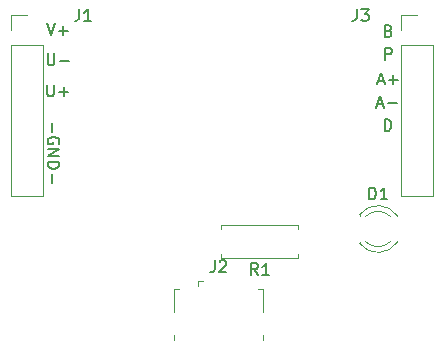
<source format=gbr>
%TF.GenerationSoftware,KiCad,Pcbnew,(6.0.2-0)*%
%TF.CreationDate,2022-05-31T21:56:42-04:00*%
%TF.ProjectId,hitclips_2040_programmer,68697463-6c69-4707-935f-323034305f70,rev?*%
%TF.SameCoordinates,Original*%
%TF.FileFunction,Legend,Top*%
%TF.FilePolarity,Positive*%
%FSLAX46Y46*%
G04 Gerber Fmt 4.6, Leading zero omitted, Abs format (unit mm)*
G04 Created by KiCad (PCBNEW (6.0.2-0)) date 2022-05-31 21:56:42*
%MOMM*%
%LPD*%
G01*
G04 APERTURE LIST*
%ADD10C,0.150000*%
%ADD11C,0.120000*%
G04 APERTURE END LIST*
D10*
X141694019Y-69403980D02*
X142027352Y-70403980D01*
X142360685Y-69403980D01*
X142694019Y-70023028D02*
X143455923Y-70023028D01*
X143074971Y-70403980D02*
X143074971Y-69642076D01*
X142117771Y-77841790D02*
X142117771Y-78603695D01*
X142689200Y-79603695D02*
X142736819Y-79508457D01*
X142736819Y-79365600D01*
X142689200Y-79222742D01*
X142593961Y-79127504D01*
X142498723Y-79079885D01*
X142308247Y-79032266D01*
X142165390Y-79032266D01*
X141974914Y-79079885D01*
X141879676Y-79127504D01*
X141784438Y-79222742D01*
X141736819Y-79365600D01*
X141736819Y-79460838D01*
X141784438Y-79603695D01*
X141832057Y-79651314D01*
X142165390Y-79651314D01*
X142165390Y-79460838D01*
X141736819Y-80079885D02*
X142736819Y-80079885D01*
X141736819Y-80651314D01*
X142736819Y-80651314D01*
X141736819Y-81127504D02*
X142736819Y-81127504D01*
X142736819Y-81365600D01*
X142689200Y-81508457D01*
X142593961Y-81603695D01*
X142498723Y-81651314D01*
X142308247Y-81698933D01*
X142165390Y-81698933D01*
X141974914Y-81651314D01*
X141879676Y-81603695D01*
X141784438Y-81508457D01*
X141736819Y-81365600D01*
X141736819Y-81127504D01*
X142117771Y-82127504D02*
X142117771Y-82889409D01*
X141741638Y-71943980D02*
X141741638Y-72753504D01*
X141789257Y-72848742D01*
X141836876Y-72896361D01*
X141932114Y-72943980D01*
X142122590Y-72943980D01*
X142217828Y-72896361D01*
X142265447Y-72848742D01*
X142313066Y-72753504D01*
X142313066Y-71943980D01*
X142789257Y-72563028D02*
X143551161Y-72563028D01*
X170607028Y-70032571D02*
X170749885Y-70080190D01*
X170797504Y-70127809D01*
X170845123Y-70223047D01*
X170845123Y-70365904D01*
X170797504Y-70461142D01*
X170749885Y-70508761D01*
X170654647Y-70556380D01*
X170273695Y-70556380D01*
X170273695Y-69556380D01*
X170607028Y-69556380D01*
X170702266Y-69604000D01*
X170749885Y-69651619D01*
X170797504Y-69746857D01*
X170797504Y-69842095D01*
X170749885Y-69937333D01*
X170702266Y-69984952D01*
X170607028Y-70032571D01*
X170273695Y-70032571D01*
X169729257Y-74283866D02*
X170205447Y-74283866D01*
X169634019Y-74569580D02*
X169967352Y-73569580D01*
X170300685Y-74569580D01*
X170634019Y-74188628D02*
X171395923Y-74188628D01*
X171014971Y-74569580D02*
X171014971Y-73807676D01*
X169678457Y-76265066D02*
X170154647Y-76265066D01*
X169583219Y-76550780D02*
X169916552Y-75550780D01*
X170249885Y-76550780D01*
X170583219Y-76169828D02*
X171345123Y-76169828D01*
X170324495Y-72486780D02*
X170324495Y-71486780D01*
X170705447Y-71486780D01*
X170800685Y-71534400D01*
X170848304Y-71582019D01*
X170895923Y-71677257D01*
X170895923Y-71820114D01*
X170848304Y-71915352D01*
X170800685Y-71962971D01*
X170705447Y-72010590D01*
X170324495Y-72010590D01*
X170273695Y-78531980D02*
X170273695Y-77531980D01*
X170511790Y-77531980D01*
X170654647Y-77579600D01*
X170749885Y-77674838D01*
X170797504Y-77770076D01*
X170845123Y-77960552D01*
X170845123Y-78103409D01*
X170797504Y-78293885D01*
X170749885Y-78389123D01*
X170654647Y-78484361D01*
X170511790Y-78531980D01*
X170273695Y-78531980D01*
X141690838Y-74585580D02*
X141690838Y-75395104D01*
X141738457Y-75490342D01*
X141786076Y-75537961D01*
X141881314Y-75585580D01*
X142071790Y-75585580D01*
X142167028Y-75537961D01*
X142214647Y-75490342D01*
X142262266Y-75395104D01*
X142262266Y-74585580D01*
X142738457Y-75204628D02*
X143500361Y-75204628D01*
X143119409Y-75585580D02*
X143119409Y-74823676D01*
%TO.C,J3*%
X167916266Y-68204780D02*
X167916266Y-68919066D01*
X167868647Y-69061923D01*
X167773409Y-69157161D01*
X167630552Y-69204780D01*
X167535314Y-69204780D01*
X168297219Y-68204780D02*
X168916266Y-68204780D01*
X168582933Y-68585733D01*
X168725790Y-68585733D01*
X168821028Y-68633352D01*
X168868647Y-68680971D01*
X168916266Y-68776209D01*
X168916266Y-69014304D01*
X168868647Y-69109542D01*
X168821028Y-69157161D01*
X168725790Y-69204780D01*
X168440076Y-69204780D01*
X168344838Y-69157161D01*
X168297219Y-69109542D01*
%TO.C,J1*%
X144408666Y-68204780D02*
X144408666Y-68919066D01*
X144361047Y-69061923D01*
X144265809Y-69157161D01*
X144122952Y-69204780D01*
X144027714Y-69204780D01*
X145408666Y-69204780D02*
X144837238Y-69204780D01*
X145122952Y-69204780D02*
X145122952Y-68204780D01*
X145027714Y-68347638D01*
X144932476Y-68442876D01*
X144837238Y-68490495D01*
%TO.C,R1*%
X159548533Y-90706380D02*
X159215200Y-90230190D01*
X158977104Y-90706380D02*
X158977104Y-89706380D01*
X159358057Y-89706380D01*
X159453295Y-89754000D01*
X159500914Y-89801619D01*
X159548533Y-89896857D01*
X159548533Y-90039714D01*
X159500914Y-90134952D01*
X159453295Y-90182571D01*
X159358057Y-90230190D01*
X158977104Y-90230190D01*
X160500914Y-90706380D02*
X159929485Y-90706380D01*
X160215200Y-90706380D02*
X160215200Y-89706380D01*
X160119961Y-89849238D01*
X160024723Y-89944476D01*
X159929485Y-89992095D01*
%TO.C,D1*%
X168979704Y-84309580D02*
X168979704Y-83309580D01*
X169217800Y-83309580D01*
X169360657Y-83357200D01*
X169455895Y-83452438D01*
X169503514Y-83547676D01*
X169551133Y-83738152D01*
X169551133Y-83881009D01*
X169503514Y-84071485D01*
X169455895Y-84166723D01*
X169360657Y-84261961D01*
X169217800Y-84309580D01*
X168979704Y-84309580D01*
X170503514Y-84309580D02*
X169932085Y-84309580D01*
X170217800Y-84309580D02*
X170217800Y-83309580D01*
X170122561Y-83452438D01*
X170027323Y-83547676D01*
X169932085Y-83595295D01*
%TO.C,J2*%
X155876666Y-89475180D02*
X155876666Y-90189466D01*
X155829047Y-90332323D01*
X155733809Y-90427561D01*
X155590952Y-90475180D01*
X155495714Y-90475180D01*
X156305238Y-89570419D02*
X156352857Y-89522800D01*
X156448095Y-89475180D01*
X156686190Y-89475180D01*
X156781428Y-89522800D01*
X156829047Y-89570419D01*
X156876666Y-89665657D01*
X156876666Y-89760895D01*
X156829047Y-89903752D01*
X156257619Y-90475180D01*
X156876666Y-90475180D01*
D11*
%TO.C,J5*%
X171690000Y-68670000D02*
X173020000Y-68670000D01*
X171690000Y-71270000D02*
X174350000Y-71270000D01*
X174350000Y-71270000D02*
X174350000Y-84030000D01*
X171690000Y-71270000D02*
X171690000Y-84030000D01*
X171690000Y-84030000D02*
X174350000Y-84030000D01*
X171690000Y-70000000D02*
X171690000Y-68670000D01*
%TO.C,R1*%
X162985200Y-86514000D02*
X156445200Y-86514000D01*
X156445200Y-89254000D02*
X156445200Y-88924000D01*
X162985200Y-86844000D02*
X162985200Y-86514000D01*
X156445200Y-86514000D02*
X156445200Y-86844000D01*
X162985200Y-89254000D02*
X156445200Y-89254000D01*
X162985200Y-88924000D02*
X162985200Y-89254000D01*
%TO.C,J4*%
X138670000Y-70000000D02*
X138670000Y-68670000D01*
X138670000Y-71270000D02*
X141330000Y-71270000D01*
X141330000Y-71270000D02*
X141330000Y-84030000D01*
X138670000Y-84030000D02*
X141330000Y-84030000D01*
X138670000Y-71270000D02*
X138670000Y-84030000D01*
X138670000Y-68670000D02*
X140000000Y-68670000D01*
%TO.C,D1*%
X168676839Y-87897200D02*
G75*
G03*
X170758930Y-87897037I1040961J1080000D01*
G01*
X170758930Y-85737363D02*
G75*
G03*
X168676839Y-85737200I-1041130J-1079837D01*
G01*
X168157800Y-88052716D02*
G75*
G03*
X171390135Y-87895808I1560000J1235517D01*
G01*
X171390135Y-85738592D02*
G75*
G03*
X168157800Y-85581684I-1672335J-1078609D01*
G01*
X168157800Y-85581200D02*
X168157800Y-85737200D01*
X168157800Y-87897200D02*
X168157800Y-88053200D01*
%TO.C,J2*%
X159970000Y-95812800D02*
X159970000Y-96212800D01*
X154450000Y-91632800D02*
X154450000Y-91182800D01*
X152450000Y-96212800D02*
X152450000Y-95812800D01*
X159970000Y-93842800D02*
X159970000Y-91862800D01*
X152450000Y-91862800D02*
X152870000Y-91862800D01*
X154900000Y-91182800D02*
X154450000Y-91182800D01*
X159970000Y-91862800D02*
X159550000Y-91862800D01*
X152450000Y-93842800D02*
X152450000Y-91862800D01*
%TD*%
M02*

</source>
